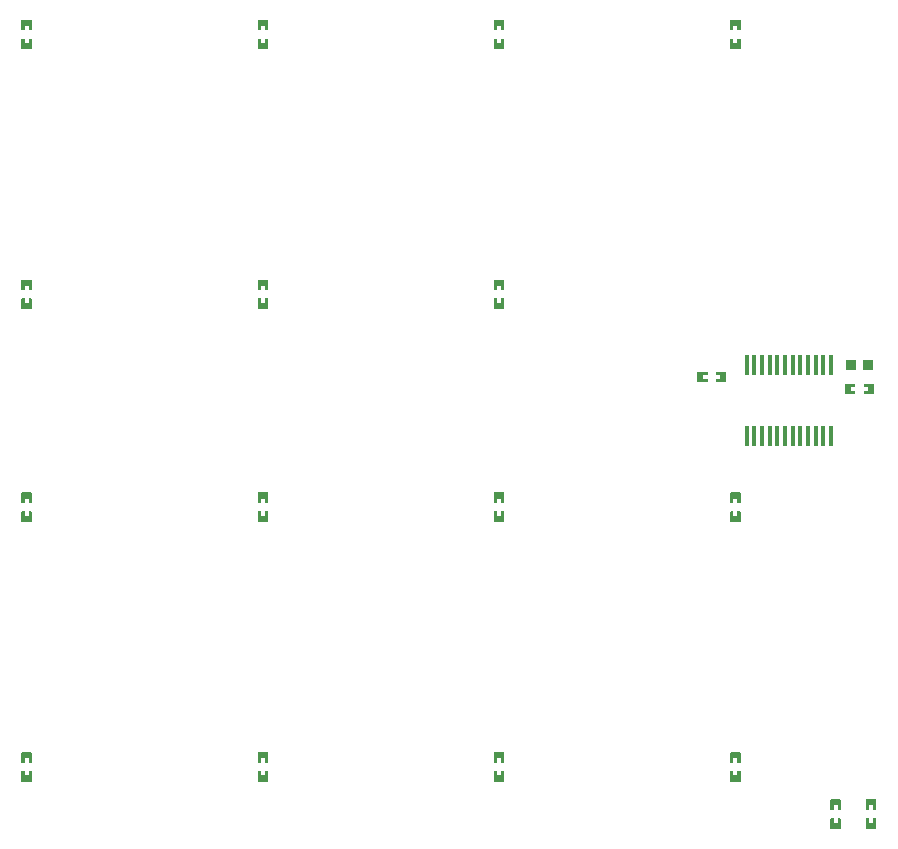
<source format=gbp>
G04 Layer: BottomPasteMaskLayer*
G04 EasyEDA v6.5.20, 2023-08-27 05:19:39*
G04 a67cddfb3fce44daa9051d46cbbcc19f,10*
G04 Gerber Generator version 0.2*
G04 Scale: 100 percent, Rotated: No, Reflected: No *
G04 Dimensions in millimeters *
G04 leading zeros omitted , absolute positions ,4 integer and 5 decimal *
%FSLAX45Y45*%
%MOMM*%

%AMMACRO1*21,1,$1,$2,0,0,$3*%
%ADD10MACRO1,0.8X0.9X0.0000*%
%ADD11MACRO1,0.4X1.65X0.0000*%

%LPD*%
G36*
X2459990Y8724493D02*
G01*
X2455011Y8719464D01*
X2455011Y8639505D01*
X2459990Y8634476D01*
X2484170Y8634476D01*
X2484170Y8671458D01*
X2517190Y8671458D01*
X2517190Y8634476D01*
X2540000Y8634476D01*
X2544978Y8639505D01*
X2544978Y8719464D01*
X2540000Y8724493D01*
G37*
G36*
X2459990Y8564473D02*
G01*
X2455011Y8559495D01*
X2455011Y8480501D01*
X2459990Y8475472D01*
X2540000Y8475472D01*
X2544978Y8480501D01*
X2544978Y8559495D01*
X2540000Y8564473D01*
X2517190Y8564473D01*
X2517190Y8526475D01*
X2484170Y8526475D01*
X2484170Y8564473D01*
G37*
G36*
X4459986Y8724493D02*
G01*
X4455007Y8719464D01*
X4455007Y8639505D01*
X4459986Y8634476D01*
X4484166Y8634476D01*
X4484166Y8671458D01*
X4517186Y8671458D01*
X4517186Y8634476D01*
X4539996Y8634476D01*
X4544974Y8639505D01*
X4544974Y8719464D01*
X4539996Y8724493D01*
G37*
G36*
X4459986Y8564473D02*
G01*
X4455007Y8559495D01*
X4455007Y8480501D01*
X4459986Y8475472D01*
X4539996Y8475472D01*
X4544974Y8480501D01*
X4544974Y8559495D01*
X4539996Y8564473D01*
X4517186Y8564473D01*
X4517186Y8526475D01*
X4484166Y8526475D01*
X4484166Y8564473D01*
G37*
G36*
X6459982Y8724493D02*
G01*
X6455003Y8719464D01*
X6455003Y8639505D01*
X6459982Y8634476D01*
X6484213Y8634476D01*
X6484213Y8671458D01*
X6517182Y8671458D01*
X6517182Y8634476D01*
X6539992Y8634476D01*
X6544970Y8639505D01*
X6544970Y8719464D01*
X6539992Y8724493D01*
G37*
G36*
X6459982Y8564473D02*
G01*
X6455003Y8559495D01*
X6455003Y8480501D01*
X6459982Y8475472D01*
X6539992Y8475472D01*
X6544970Y8480501D01*
X6544970Y8559495D01*
X6539992Y8564473D01*
X6517182Y8564473D01*
X6517182Y8526475D01*
X6484213Y8526475D01*
X6484213Y8564473D01*
G37*
G36*
X8459978Y8724493D02*
G01*
X8454999Y8719464D01*
X8454999Y8639505D01*
X8459978Y8634476D01*
X8484209Y8634476D01*
X8484209Y8671458D01*
X8517178Y8671458D01*
X8517178Y8634476D01*
X8539988Y8634476D01*
X8544966Y8639505D01*
X8544966Y8719464D01*
X8539988Y8724493D01*
G37*
G36*
X8459978Y8564473D02*
G01*
X8454999Y8559495D01*
X8454999Y8480501D01*
X8459978Y8475472D01*
X8539988Y8475472D01*
X8544966Y8480501D01*
X8544966Y8559495D01*
X8539988Y8564473D01*
X8517178Y8564473D01*
X8517178Y8526475D01*
X8484209Y8526475D01*
X8484209Y8564473D01*
G37*
G36*
X2459990Y6365494D02*
G01*
X2455011Y6360464D01*
X2455011Y6280505D01*
X2459990Y6275476D01*
X2540000Y6275476D01*
X2544978Y6280505D01*
X2544978Y6360464D01*
X2540000Y6365494D01*
X2515768Y6365494D01*
X2515768Y6328460D01*
X2482799Y6328460D01*
X2482799Y6365494D01*
G37*
G36*
X2459990Y6524498D02*
G01*
X2455011Y6519468D01*
X2455011Y6440474D01*
X2459990Y6435496D01*
X2482799Y6435496D01*
X2482799Y6473494D01*
X2515768Y6473494D01*
X2515768Y6435496D01*
X2540000Y6435496D01*
X2544978Y6440474D01*
X2544978Y6519468D01*
X2540000Y6524498D01*
G37*
G36*
X4459986Y6365494D02*
G01*
X4455007Y6360464D01*
X4455007Y6280505D01*
X4459986Y6275476D01*
X4539996Y6275476D01*
X4544974Y6280505D01*
X4544974Y6360464D01*
X4539996Y6365494D01*
X4515815Y6365494D01*
X4515815Y6328460D01*
X4482795Y6328460D01*
X4482795Y6365494D01*
G37*
G36*
X4459986Y6524498D02*
G01*
X4455007Y6519468D01*
X4455007Y6440474D01*
X4459986Y6435496D01*
X4482795Y6435496D01*
X4482795Y6473494D01*
X4515815Y6473494D01*
X4515815Y6435496D01*
X4539996Y6435496D01*
X4544974Y6440474D01*
X4544974Y6519468D01*
X4539996Y6524498D01*
G37*
G36*
X6459982Y6365494D02*
G01*
X6455003Y6360464D01*
X6455003Y6280505D01*
X6459982Y6275476D01*
X6539992Y6275476D01*
X6544970Y6280505D01*
X6544970Y6360464D01*
X6539992Y6365494D01*
X6515811Y6365494D01*
X6515811Y6328460D01*
X6482791Y6328460D01*
X6482791Y6365494D01*
G37*
G36*
X6459982Y6524498D02*
G01*
X6455003Y6519468D01*
X6455003Y6440474D01*
X6459982Y6435496D01*
X6482791Y6435496D01*
X6482791Y6473494D01*
X6515811Y6473494D01*
X6515811Y6435496D01*
X6539992Y6435496D01*
X6544970Y6440474D01*
X6544970Y6519468D01*
X6539992Y6524498D01*
G37*
G36*
X8180476Y5744972D02*
G01*
X8175498Y5739993D01*
X8175498Y5659983D01*
X8180476Y5655005D01*
X8260486Y5655005D01*
X8265464Y5659983D01*
X8265464Y5684164D01*
X8228482Y5684164D01*
X8228482Y5717184D01*
X8265464Y5717184D01*
X8265464Y5739993D01*
X8260486Y5744972D01*
G37*
G36*
X8340496Y5744972D02*
G01*
X8335467Y5739993D01*
X8335467Y5717184D01*
X8373465Y5717184D01*
X8373465Y5684164D01*
X8335467Y5684164D01*
X8335467Y5659983D01*
X8340496Y5655005D01*
X8419490Y5655005D01*
X8424468Y5659983D01*
X8424468Y5739993D01*
X8419490Y5744972D01*
G37*
G36*
X2459990Y4724501D02*
G01*
X2455011Y4719472D01*
X2455011Y4639513D01*
X2459990Y4634484D01*
X2484170Y4634484D01*
X2484170Y4671466D01*
X2517190Y4671466D01*
X2517190Y4634484D01*
X2540000Y4634484D01*
X2544978Y4639513D01*
X2544978Y4719472D01*
X2540000Y4724501D01*
G37*
G36*
X2459990Y4564481D02*
G01*
X2455011Y4559503D01*
X2455011Y4480509D01*
X2459990Y4475480D01*
X2540000Y4475480D01*
X2544978Y4480509D01*
X2544978Y4559503D01*
X2540000Y4564481D01*
X2517190Y4564481D01*
X2517190Y4526483D01*
X2484170Y4526483D01*
X2484170Y4564481D01*
G37*
G36*
X4459986Y4724501D02*
G01*
X4455007Y4719472D01*
X4455007Y4639513D01*
X4459986Y4634484D01*
X4484166Y4634484D01*
X4484166Y4671466D01*
X4517186Y4671466D01*
X4517186Y4634484D01*
X4539996Y4634484D01*
X4544974Y4639513D01*
X4544974Y4719472D01*
X4539996Y4724501D01*
G37*
G36*
X4459986Y4564481D02*
G01*
X4455007Y4559503D01*
X4455007Y4480509D01*
X4459986Y4475480D01*
X4539996Y4475480D01*
X4544974Y4480509D01*
X4544974Y4559503D01*
X4539996Y4564481D01*
X4517186Y4564481D01*
X4517186Y4526483D01*
X4484166Y4526483D01*
X4484166Y4564481D01*
G37*
G36*
X6459982Y4724501D02*
G01*
X6455003Y4719472D01*
X6455003Y4639513D01*
X6459982Y4634484D01*
X6484213Y4634484D01*
X6484213Y4671466D01*
X6517182Y4671466D01*
X6517182Y4634484D01*
X6539992Y4634484D01*
X6544970Y4639513D01*
X6544970Y4719472D01*
X6539992Y4724501D01*
G37*
G36*
X6459982Y4564481D02*
G01*
X6455003Y4559503D01*
X6455003Y4480509D01*
X6459982Y4475480D01*
X6539992Y4475480D01*
X6544970Y4480509D01*
X6544970Y4559503D01*
X6539992Y4564481D01*
X6517182Y4564481D01*
X6517182Y4526483D01*
X6484213Y4526483D01*
X6484213Y4564481D01*
G37*
G36*
X8459978Y4724501D02*
G01*
X8454999Y4719472D01*
X8454999Y4639513D01*
X8459978Y4634484D01*
X8484209Y4634484D01*
X8484209Y4671466D01*
X8517178Y4671466D01*
X8517178Y4634484D01*
X8539988Y4634484D01*
X8544966Y4639513D01*
X8544966Y4719472D01*
X8539988Y4724501D01*
G37*
G36*
X8459978Y4564481D02*
G01*
X8454999Y4559503D01*
X8454999Y4480509D01*
X8459978Y4475480D01*
X8539988Y4475480D01*
X8544966Y4480509D01*
X8544966Y4559503D01*
X8539988Y4564481D01*
X8517178Y4564481D01*
X8517178Y4526483D01*
X8484209Y4526483D01*
X8484209Y4564481D01*
G37*
G36*
X2459990Y2365502D02*
G01*
X2455011Y2360472D01*
X2455011Y2280513D01*
X2459990Y2275484D01*
X2540000Y2275484D01*
X2544978Y2280513D01*
X2544978Y2360472D01*
X2540000Y2365502D01*
X2515768Y2365502D01*
X2515768Y2328468D01*
X2482799Y2328468D01*
X2482799Y2365502D01*
G37*
G36*
X2459990Y2524506D02*
G01*
X2455011Y2519476D01*
X2455011Y2440482D01*
X2459990Y2435504D01*
X2482799Y2435504D01*
X2482799Y2473502D01*
X2515768Y2473502D01*
X2515768Y2435504D01*
X2540000Y2435504D01*
X2544978Y2440482D01*
X2544978Y2519476D01*
X2540000Y2524506D01*
G37*
G36*
X4459986Y2365502D02*
G01*
X4455007Y2360472D01*
X4455007Y2280513D01*
X4459986Y2275484D01*
X4539996Y2275484D01*
X4544974Y2280513D01*
X4544974Y2360472D01*
X4539996Y2365502D01*
X4515815Y2365502D01*
X4515815Y2328468D01*
X4482795Y2328468D01*
X4482795Y2365502D01*
G37*
G36*
X4459986Y2524506D02*
G01*
X4455007Y2519476D01*
X4455007Y2440482D01*
X4459986Y2435504D01*
X4482795Y2435504D01*
X4482795Y2473502D01*
X4515815Y2473502D01*
X4515815Y2435504D01*
X4539996Y2435504D01*
X4544974Y2440482D01*
X4544974Y2519476D01*
X4539996Y2524506D01*
G37*
G36*
X6459982Y2365502D02*
G01*
X6455003Y2360472D01*
X6455003Y2280513D01*
X6459982Y2275484D01*
X6539992Y2275484D01*
X6544970Y2280513D01*
X6544970Y2360472D01*
X6539992Y2365502D01*
X6515811Y2365502D01*
X6515811Y2328468D01*
X6482791Y2328468D01*
X6482791Y2365502D01*
G37*
G36*
X6459982Y2524506D02*
G01*
X6455003Y2519476D01*
X6455003Y2440482D01*
X6459982Y2435504D01*
X6482791Y2435504D01*
X6482791Y2473502D01*
X6515811Y2473502D01*
X6515811Y2435504D01*
X6539992Y2435504D01*
X6544970Y2440482D01*
X6544970Y2519476D01*
X6539992Y2524506D01*
G37*
G36*
X8459978Y2365502D02*
G01*
X8454999Y2360472D01*
X8454999Y2280513D01*
X8459978Y2275484D01*
X8539988Y2275484D01*
X8544966Y2280513D01*
X8544966Y2360472D01*
X8539988Y2365502D01*
X8515756Y2365502D01*
X8515756Y2328468D01*
X8482787Y2328468D01*
X8482787Y2365502D01*
G37*
G36*
X8459978Y2524506D02*
G01*
X8454999Y2519476D01*
X8454999Y2440482D01*
X8459978Y2435504D01*
X8482787Y2435504D01*
X8482787Y2473502D01*
X8515756Y2473502D01*
X8515756Y2435504D01*
X8539988Y2435504D01*
X8544966Y2440482D01*
X8544966Y2519476D01*
X8539988Y2524506D01*
G37*
G36*
X9309963Y1965502D02*
G01*
X9304985Y1960473D01*
X9304985Y1880514D01*
X9309963Y1875485D01*
X9389973Y1875485D01*
X9395002Y1880514D01*
X9395002Y1960473D01*
X9389973Y1965502D01*
X9365792Y1965502D01*
X9365792Y1928520D01*
X9332772Y1928520D01*
X9332772Y1965502D01*
G37*
G36*
X9309963Y2124506D02*
G01*
X9304985Y2119477D01*
X9304985Y2040483D01*
X9309963Y2035505D01*
X9332772Y2035505D01*
X9332772Y2073503D01*
X9365792Y2073503D01*
X9365792Y2035505D01*
X9389973Y2035505D01*
X9395002Y2040483D01*
X9395002Y2119477D01*
X9389973Y2124506D01*
G37*
G36*
X9430461Y5644997D02*
G01*
X9425482Y5639968D01*
X9425482Y5560009D01*
X9430461Y5554980D01*
X9510471Y5554980D01*
X9515500Y5560009D01*
X9515500Y5584190D01*
X9478467Y5584190D01*
X9478467Y5617210D01*
X9515500Y5617210D01*
X9515500Y5639968D01*
X9510471Y5644997D01*
G37*
G36*
X9590481Y5644997D02*
G01*
X9585502Y5639968D01*
X9585502Y5617210D01*
X9623501Y5617210D01*
X9623501Y5584190D01*
X9585502Y5584190D01*
X9585502Y5560009D01*
X9590481Y5554980D01*
X9669475Y5554980D01*
X9674504Y5560009D01*
X9674504Y5639968D01*
X9669475Y5644997D01*
G37*
G36*
X9609988Y1965502D02*
G01*
X9604959Y1960473D01*
X9604959Y1880514D01*
X9609988Y1875485D01*
X9689998Y1875485D01*
X9694976Y1880514D01*
X9694976Y1960473D01*
X9689998Y1965502D01*
X9665766Y1965502D01*
X9665766Y1928520D01*
X9632797Y1928520D01*
X9632797Y1965502D01*
G37*
G36*
X9609988Y2124506D02*
G01*
X9604959Y2119477D01*
X9604959Y2040483D01*
X9609988Y2035505D01*
X9632797Y2035505D01*
X9632797Y2073503D01*
X9665766Y2073503D01*
X9665766Y2035505D01*
X9689998Y2035505D01*
X9694976Y2040483D01*
X9694976Y2119477D01*
X9689998Y2124506D01*
G37*
D10*
G01*
X9479981Y5799988D03*
G01*
X9619980Y5799988D03*
D11*
G01*
X8985636Y5197729D03*
G01*
X9050634Y5197726D03*
G01*
X9115633Y5197726D03*
G01*
X9180631Y5197726D03*
G01*
X9245630Y5197726D03*
G01*
X9310629Y5197726D03*
G01*
X8920637Y5197726D03*
G01*
X8595644Y5197726D03*
G01*
X8660643Y5197726D03*
G01*
X8725641Y5197726D03*
G01*
X8790640Y5197726D03*
G01*
X8855638Y5197726D03*
G01*
X9050634Y5802246D03*
G01*
X9115633Y5802246D03*
G01*
X9180631Y5802246D03*
G01*
X9245630Y5802246D03*
G01*
X9310629Y5802246D03*
G01*
X8985636Y5802246D03*
G01*
X8595644Y5802246D03*
G01*
X8660643Y5802246D03*
G01*
X8725641Y5802246D03*
G01*
X8790640Y5802246D03*
G01*
X8855638Y5802246D03*
G01*
X8920637Y5802243D03*
M02*

</source>
